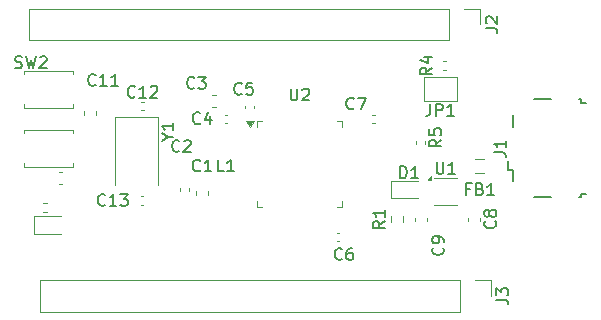
<source format=gbr>
%TF.GenerationSoftware,KiCad,Pcbnew,8.0.7*%
%TF.CreationDate,2024-12-20T19:08:42+02:00*%
%TF.ProjectId,STM32TrialPcb,53544d33-3254-4726-9961-6c5063622e6b,rev?*%
%TF.SameCoordinates,Original*%
%TF.FileFunction,Legend,Top*%
%TF.FilePolarity,Positive*%
%FSLAX46Y46*%
G04 Gerber Fmt 4.6, Leading zero omitted, Abs format (unit mm)*
G04 Created by KiCad (PCBNEW 8.0.7) date 2024-12-20 19:08:42*
%MOMM*%
%LPD*%
G01*
G04 APERTURE LIST*
%ADD10C,0.150000*%
%ADD11C,0.120000*%
G04 APERTURE END LIST*
D10*
X182166667Y-40157200D02*
X182309524Y-40204819D01*
X182309524Y-40204819D02*
X182547619Y-40204819D01*
X182547619Y-40204819D02*
X182642857Y-40157200D01*
X182642857Y-40157200D02*
X182690476Y-40109580D01*
X182690476Y-40109580D02*
X182738095Y-40014342D01*
X182738095Y-40014342D02*
X182738095Y-39919104D01*
X182738095Y-39919104D02*
X182690476Y-39823866D01*
X182690476Y-39823866D02*
X182642857Y-39776247D01*
X182642857Y-39776247D02*
X182547619Y-39728628D01*
X182547619Y-39728628D02*
X182357143Y-39681009D01*
X182357143Y-39681009D02*
X182261905Y-39633390D01*
X182261905Y-39633390D02*
X182214286Y-39585771D01*
X182214286Y-39585771D02*
X182166667Y-39490533D01*
X182166667Y-39490533D02*
X182166667Y-39395295D01*
X182166667Y-39395295D02*
X182214286Y-39300057D01*
X182214286Y-39300057D02*
X182261905Y-39252438D01*
X182261905Y-39252438D02*
X182357143Y-39204819D01*
X182357143Y-39204819D02*
X182595238Y-39204819D01*
X182595238Y-39204819D02*
X182738095Y-39252438D01*
X183071429Y-39204819D02*
X183309524Y-40204819D01*
X183309524Y-40204819D02*
X183500000Y-39490533D01*
X183500000Y-39490533D02*
X183690476Y-40204819D01*
X183690476Y-40204819D02*
X183928572Y-39204819D01*
X184261905Y-39300057D02*
X184309524Y-39252438D01*
X184309524Y-39252438D02*
X184404762Y-39204819D01*
X184404762Y-39204819D02*
X184642857Y-39204819D01*
X184642857Y-39204819D02*
X184738095Y-39252438D01*
X184738095Y-39252438D02*
X184785714Y-39300057D01*
X184785714Y-39300057D02*
X184833333Y-39395295D01*
X184833333Y-39395295D02*
X184833333Y-39490533D01*
X184833333Y-39490533D02*
X184785714Y-39633390D01*
X184785714Y-39633390D02*
X184214286Y-40204819D01*
X184214286Y-40204819D02*
X184833333Y-40204819D01*
X214761905Y-49524819D02*
X214761905Y-48524819D01*
X214761905Y-48524819D02*
X215000000Y-48524819D01*
X215000000Y-48524819D02*
X215142857Y-48572438D01*
X215142857Y-48572438D02*
X215238095Y-48667676D01*
X215238095Y-48667676D02*
X215285714Y-48762914D01*
X215285714Y-48762914D02*
X215333333Y-48953390D01*
X215333333Y-48953390D02*
X215333333Y-49096247D01*
X215333333Y-49096247D02*
X215285714Y-49286723D01*
X215285714Y-49286723D02*
X215238095Y-49381961D01*
X215238095Y-49381961D02*
X215142857Y-49477200D01*
X215142857Y-49477200D02*
X215000000Y-49524819D01*
X215000000Y-49524819D02*
X214761905Y-49524819D01*
X216285714Y-49524819D02*
X215714286Y-49524819D01*
X216000000Y-49524819D02*
X216000000Y-48524819D01*
X216000000Y-48524819D02*
X215904762Y-48667676D01*
X215904762Y-48667676D02*
X215809524Y-48762914D01*
X215809524Y-48762914D02*
X215714286Y-48810533D01*
X217454819Y-40166666D02*
X216978628Y-40499999D01*
X217454819Y-40738094D02*
X216454819Y-40738094D01*
X216454819Y-40738094D02*
X216454819Y-40357142D01*
X216454819Y-40357142D02*
X216502438Y-40261904D01*
X216502438Y-40261904D02*
X216550057Y-40214285D01*
X216550057Y-40214285D02*
X216645295Y-40166666D01*
X216645295Y-40166666D02*
X216788152Y-40166666D01*
X216788152Y-40166666D02*
X216883390Y-40214285D01*
X216883390Y-40214285D02*
X216931009Y-40261904D01*
X216931009Y-40261904D02*
X216978628Y-40357142D01*
X216978628Y-40357142D02*
X216978628Y-40738094D01*
X216788152Y-39309523D02*
X217454819Y-39309523D01*
X216407200Y-39547618D02*
X217121485Y-39785713D01*
X217121485Y-39785713D02*
X217121485Y-39166666D01*
X201333333Y-42359580D02*
X201285714Y-42407200D01*
X201285714Y-42407200D02*
X201142857Y-42454819D01*
X201142857Y-42454819D02*
X201047619Y-42454819D01*
X201047619Y-42454819D02*
X200904762Y-42407200D01*
X200904762Y-42407200D02*
X200809524Y-42311961D01*
X200809524Y-42311961D02*
X200761905Y-42216723D01*
X200761905Y-42216723D02*
X200714286Y-42026247D01*
X200714286Y-42026247D02*
X200714286Y-41883390D01*
X200714286Y-41883390D02*
X200761905Y-41692914D01*
X200761905Y-41692914D02*
X200809524Y-41597676D01*
X200809524Y-41597676D02*
X200904762Y-41502438D01*
X200904762Y-41502438D02*
X201047619Y-41454819D01*
X201047619Y-41454819D02*
X201142857Y-41454819D01*
X201142857Y-41454819D02*
X201285714Y-41502438D01*
X201285714Y-41502438D02*
X201333333Y-41550057D01*
X202238095Y-41454819D02*
X201761905Y-41454819D01*
X201761905Y-41454819D02*
X201714286Y-41931009D01*
X201714286Y-41931009D02*
X201761905Y-41883390D01*
X201761905Y-41883390D02*
X201857143Y-41835771D01*
X201857143Y-41835771D02*
X202095238Y-41835771D01*
X202095238Y-41835771D02*
X202190476Y-41883390D01*
X202190476Y-41883390D02*
X202238095Y-41931009D01*
X202238095Y-41931009D02*
X202285714Y-42026247D01*
X202285714Y-42026247D02*
X202285714Y-42264342D01*
X202285714Y-42264342D02*
X202238095Y-42359580D01*
X202238095Y-42359580D02*
X202190476Y-42407200D01*
X202190476Y-42407200D02*
X202095238Y-42454819D01*
X202095238Y-42454819D02*
X201857143Y-42454819D01*
X201857143Y-42454819D02*
X201761905Y-42407200D01*
X201761905Y-42407200D02*
X201714286Y-42359580D01*
X199833333Y-48954819D02*
X199357143Y-48954819D01*
X199357143Y-48954819D02*
X199357143Y-47954819D01*
X200690476Y-48954819D02*
X200119048Y-48954819D01*
X200404762Y-48954819D02*
X200404762Y-47954819D01*
X200404762Y-47954819D02*
X200309524Y-48097676D01*
X200309524Y-48097676D02*
X200214286Y-48192914D01*
X200214286Y-48192914D02*
X200119048Y-48240533D01*
X217850595Y-48154819D02*
X217850595Y-48964342D01*
X217850595Y-48964342D02*
X217898214Y-49059580D01*
X217898214Y-49059580D02*
X217945833Y-49107200D01*
X217945833Y-49107200D02*
X218041071Y-49154819D01*
X218041071Y-49154819D02*
X218231547Y-49154819D01*
X218231547Y-49154819D02*
X218326785Y-49107200D01*
X218326785Y-49107200D02*
X218374404Y-49059580D01*
X218374404Y-49059580D02*
X218422023Y-48964342D01*
X218422023Y-48964342D02*
X218422023Y-48154819D01*
X219422023Y-49154819D02*
X218850595Y-49154819D01*
X219136309Y-49154819D02*
X219136309Y-48154819D01*
X219136309Y-48154819D02*
X219041071Y-48297676D01*
X219041071Y-48297676D02*
X218945833Y-48392914D01*
X218945833Y-48392914D02*
X218850595Y-48440533D01*
X222789580Y-53166666D02*
X222837200Y-53214285D01*
X222837200Y-53214285D02*
X222884819Y-53357142D01*
X222884819Y-53357142D02*
X222884819Y-53452380D01*
X222884819Y-53452380D02*
X222837200Y-53595237D01*
X222837200Y-53595237D02*
X222741961Y-53690475D01*
X222741961Y-53690475D02*
X222646723Y-53738094D01*
X222646723Y-53738094D02*
X222456247Y-53785713D01*
X222456247Y-53785713D02*
X222313390Y-53785713D01*
X222313390Y-53785713D02*
X222122914Y-53738094D01*
X222122914Y-53738094D02*
X222027676Y-53690475D01*
X222027676Y-53690475D02*
X221932438Y-53595237D01*
X221932438Y-53595237D02*
X221884819Y-53452380D01*
X221884819Y-53452380D02*
X221884819Y-53357142D01*
X221884819Y-53357142D02*
X221932438Y-53214285D01*
X221932438Y-53214285D02*
X221980057Y-53166666D01*
X222313390Y-52595237D02*
X222265771Y-52690475D01*
X222265771Y-52690475D02*
X222218152Y-52738094D01*
X222218152Y-52738094D02*
X222122914Y-52785713D01*
X222122914Y-52785713D02*
X222075295Y-52785713D01*
X222075295Y-52785713D02*
X221980057Y-52738094D01*
X221980057Y-52738094D02*
X221932438Y-52690475D01*
X221932438Y-52690475D02*
X221884819Y-52595237D01*
X221884819Y-52595237D02*
X221884819Y-52404761D01*
X221884819Y-52404761D02*
X221932438Y-52309523D01*
X221932438Y-52309523D02*
X221980057Y-52261904D01*
X221980057Y-52261904D02*
X222075295Y-52214285D01*
X222075295Y-52214285D02*
X222122914Y-52214285D01*
X222122914Y-52214285D02*
X222218152Y-52261904D01*
X222218152Y-52261904D02*
X222265771Y-52309523D01*
X222265771Y-52309523D02*
X222313390Y-52404761D01*
X222313390Y-52404761D02*
X222313390Y-52595237D01*
X222313390Y-52595237D02*
X222361009Y-52690475D01*
X222361009Y-52690475D02*
X222408628Y-52738094D01*
X222408628Y-52738094D02*
X222503866Y-52785713D01*
X222503866Y-52785713D02*
X222694342Y-52785713D01*
X222694342Y-52785713D02*
X222789580Y-52738094D01*
X222789580Y-52738094D02*
X222837200Y-52690475D01*
X222837200Y-52690475D02*
X222884819Y-52595237D01*
X222884819Y-52595237D02*
X222884819Y-52404761D01*
X222884819Y-52404761D02*
X222837200Y-52309523D01*
X222837200Y-52309523D02*
X222789580Y-52261904D01*
X222789580Y-52261904D02*
X222694342Y-52214285D01*
X222694342Y-52214285D02*
X222503866Y-52214285D01*
X222503866Y-52214285D02*
X222408628Y-52261904D01*
X222408628Y-52261904D02*
X222361009Y-52309523D01*
X222361009Y-52309523D02*
X222313390Y-52404761D01*
X197833333Y-48859580D02*
X197785714Y-48907200D01*
X197785714Y-48907200D02*
X197642857Y-48954819D01*
X197642857Y-48954819D02*
X197547619Y-48954819D01*
X197547619Y-48954819D02*
X197404762Y-48907200D01*
X197404762Y-48907200D02*
X197309524Y-48811961D01*
X197309524Y-48811961D02*
X197261905Y-48716723D01*
X197261905Y-48716723D02*
X197214286Y-48526247D01*
X197214286Y-48526247D02*
X197214286Y-48383390D01*
X197214286Y-48383390D02*
X197261905Y-48192914D01*
X197261905Y-48192914D02*
X197309524Y-48097676D01*
X197309524Y-48097676D02*
X197404762Y-48002438D01*
X197404762Y-48002438D02*
X197547619Y-47954819D01*
X197547619Y-47954819D02*
X197642857Y-47954819D01*
X197642857Y-47954819D02*
X197785714Y-48002438D01*
X197785714Y-48002438D02*
X197833333Y-48050057D01*
X198785714Y-48954819D02*
X198214286Y-48954819D01*
X198500000Y-48954819D02*
X198500000Y-47954819D01*
X198500000Y-47954819D02*
X198404762Y-48097676D01*
X198404762Y-48097676D02*
X198309524Y-48192914D01*
X198309524Y-48192914D02*
X198214286Y-48240533D01*
X220666666Y-50431009D02*
X220333333Y-50431009D01*
X220333333Y-50954819D02*
X220333333Y-49954819D01*
X220333333Y-49954819D02*
X220809523Y-49954819D01*
X221523809Y-50431009D02*
X221666666Y-50478628D01*
X221666666Y-50478628D02*
X221714285Y-50526247D01*
X221714285Y-50526247D02*
X221761904Y-50621485D01*
X221761904Y-50621485D02*
X221761904Y-50764342D01*
X221761904Y-50764342D02*
X221714285Y-50859580D01*
X221714285Y-50859580D02*
X221666666Y-50907200D01*
X221666666Y-50907200D02*
X221571428Y-50954819D01*
X221571428Y-50954819D02*
X221190476Y-50954819D01*
X221190476Y-50954819D02*
X221190476Y-49954819D01*
X221190476Y-49954819D02*
X221523809Y-49954819D01*
X221523809Y-49954819D02*
X221619047Y-50002438D01*
X221619047Y-50002438D02*
X221666666Y-50050057D01*
X221666666Y-50050057D02*
X221714285Y-50145295D01*
X221714285Y-50145295D02*
X221714285Y-50240533D01*
X221714285Y-50240533D02*
X221666666Y-50335771D01*
X221666666Y-50335771D02*
X221619047Y-50383390D01*
X221619047Y-50383390D02*
X221523809Y-50431009D01*
X221523809Y-50431009D02*
X221190476Y-50431009D01*
X222714285Y-50954819D02*
X222142857Y-50954819D01*
X222428571Y-50954819D02*
X222428571Y-49954819D01*
X222428571Y-49954819D02*
X222333333Y-50097676D01*
X222333333Y-50097676D02*
X222238095Y-50192914D01*
X222238095Y-50192914D02*
X222142857Y-50240533D01*
X205488095Y-41942319D02*
X205488095Y-42751842D01*
X205488095Y-42751842D02*
X205535714Y-42847080D01*
X205535714Y-42847080D02*
X205583333Y-42894700D01*
X205583333Y-42894700D02*
X205678571Y-42942319D01*
X205678571Y-42942319D02*
X205869047Y-42942319D01*
X205869047Y-42942319D02*
X205964285Y-42894700D01*
X205964285Y-42894700D02*
X206011904Y-42847080D01*
X206011904Y-42847080D02*
X206059523Y-42751842D01*
X206059523Y-42751842D02*
X206059523Y-41942319D01*
X206488095Y-42037557D02*
X206535714Y-41989938D01*
X206535714Y-41989938D02*
X206630952Y-41942319D01*
X206630952Y-41942319D02*
X206869047Y-41942319D01*
X206869047Y-41942319D02*
X206964285Y-41989938D01*
X206964285Y-41989938D02*
X207011904Y-42037557D01*
X207011904Y-42037557D02*
X207059523Y-42132795D01*
X207059523Y-42132795D02*
X207059523Y-42228033D01*
X207059523Y-42228033D02*
X207011904Y-42370890D01*
X207011904Y-42370890D02*
X206440476Y-42942319D01*
X206440476Y-42942319D02*
X207059523Y-42942319D01*
X222699819Y-47338333D02*
X223414104Y-47338333D01*
X223414104Y-47338333D02*
X223556961Y-47385952D01*
X223556961Y-47385952D02*
X223652200Y-47481190D01*
X223652200Y-47481190D02*
X223699819Y-47624047D01*
X223699819Y-47624047D02*
X223699819Y-47719285D01*
X223699819Y-46338333D02*
X223699819Y-46909761D01*
X223699819Y-46624047D02*
X222699819Y-46624047D01*
X222699819Y-46624047D02*
X222842676Y-46719285D01*
X222842676Y-46719285D02*
X222937914Y-46814523D01*
X222937914Y-46814523D02*
X222985533Y-46909761D01*
X188967142Y-41609580D02*
X188919523Y-41657200D01*
X188919523Y-41657200D02*
X188776666Y-41704819D01*
X188776666Y-41704819D02*
X188681428Y-41704819D01*
X188681428Y-41704819D02*
X188538571Y-41657200D01*
X188538571Y-41657200D02*
X188443333Y-41561961D01*
X188443333Y-41561961D02*
X188395714Y-41466723D01*
X188395714Y-41466723D02*
X188348095Y-41276247D01*
X188348095Y-41276247D02*
X188348095Y-41133390D01*
X188348095Y-41133390D02*
X188395714Y-40942914D01*
X188395714Y-40942914D02*
X188443333Y-40847676D01*
X188443333Y-40847676D02*
X188538571Y-40752438D01*
X188538571Y-40752438D02*
X188681428Y-40704819D01*
X188681428Y-40704819D02*
X188776666Y-40704819D01*
X188776666Y-40704819D02*
X188919523Y-40752438D01*
X188919523Y-40752438D02*
X188967142Y-40800057D01*
X189919523Y-41704819D02*
X189348095Y-41704819D01*
X189633809Y-41704819D02*
X189633809Y-40704819D01*
X189633809Y-40704819D02*
X189538571Y-40847676D01*
X189538571Y-40847676D02*
X189443333Y-40942914D01*
X189443333Y-40942914D02*
X189348095Y-40990533D01*
X190871904Y-41704819D02*
X190300476Y-41704819D01*
X190586190Y-41704819D02*
X190586190Y-40704819D01*
X190586190Y-40704819D02*
X190490952Y-40847676D01*
X190490952Y-40847676D02*
X190395714Y-40942914D01*
X190395714Y-40942914D02*
X190300476Y-40990533D01*
X217316666Y-43254819D02*
X217316666Y-43969104D01*
X217316666Y-43969104D02*
X217269047Y-44111961D01*
X217269047Y-44111961D02*
X217173809Y-44207200D01*
X217173809Y-44207200D02*
X217030952Y-44254819D01*
X217030952Y-44254819D02*
X216935714Y-44254819D01*
X217792857Y-44254819D02*
X217792857Y-43254819D01*
X217792857Y-43254819D02*
X218173809Y-43254819D01*
X218173809Y-43254819D02*
X218269047Y-43302438D01*
X218269047Y-43302438D02*
X218316666Y-43350057D01*
X218316666Y-43350057D02*
X218364285Y-43445295D01*
X218364285Y-43445295D02*
X218364285Y-43588152D01*
X218364285Y-43588152D02*
X218316666Y-43683390D01*
X218316666Y-43683390D02*
X218269047Y-43731009D01*
X218269047Y-43731009D02*
X218173809Y-43778628D01*
X218173809Y-43778628D02*
X217792857Y-43778628D01*
X219316666Y-44254819D02*
X218745238Y-44254819D01*
X219030952Y-44254819D02*
X219030952Y-43254819D01*
X219030952Y-43254819D02*
X218935714Y-43397676D01*
X218935714Y-43397676D02*
X218840476Y-43492914D01*
X218840476Y-43492914D02*
X218745238Y-43540533D01*
X195078628Y-46046190D02*
X195554819Y-46046190D01*
X194554819Y-46379523D02*
X195078628Y-46046190D01*
X195078628Y-46046190D02*
X194554819Y-45712857D01*
X195554819Y-44855714D02*
X195554819Y-45427142D01*
X195554819Y-45141428D02*
X194554819Y-45141428D01*
X194554819Y-45141428D02*
X194697676Y-45236666D01*
X194697676Y-45236666D02*
X194792914Y-45331904D01*
X194792914Y-45331904D02*
X194840533Y-45427142D01*
X218359580Y-55416666D02*
X218407200Y-55464285D01*
X218407200Y-55464285D02*
X218454819Y-55607142D01*
X218454819Y-55607142D02*
X218454819Y-55702380D01*
X218454819Y-55702380D02*
X218407200Y-55845237D01*
X218407200Y-55845237D02*
X218311961Y-55940475D01*
X218311961Y-55940475D02*
X218216723Y-55988094D01*
X218216723Y-55988094D02*
X218026247Y-56035713D01*
X218026247Y-56035713D02*
X217883390Y-56035713D01*
X217883390Y-56035713D02*
X217692914Y-55988094D01*
X217692914Y-55988094D02*
X217597676Y-55940475D01*
X217597676Y-55940475D02*
X217502438Y-55845237D01*
X217502438Y-55845237D02*
X217454819Y-55702380D01*
X217454819Y-55702380D02*
X217454819Y-55607142D01*
X217454819Y-55607142D02*
X217502438Y-55464285D01*
X217502438Y-55464285D02*
X217550057Y-55416666D01*
X218454819Y-54940475D02*
X218454819Y-54749999D01*
X218454819Y-54749999D02*
X218407200Y-54654761D01*
X218407200Y-54654761D02*
X218359580Y-54607142D01*
X218359580Y-54607142D02*
X218216723Y-54511904D01*
X218216723Y-54511904D02*
X218026247Y-54464285D01*
X218026247Y-54464285D02*
X217645295Y-54464285D01*
X217645295Y-54464285D02*
X217550057Y-54511904D01*
X217550057Y-54511904D02*
X217502438Y-54559523D01*
X217502438Y-54559523D02*
X217454819Y-54654761D01*
X217454819Y-54654761D02*
X217454819Y-54845237D01*
X217454819Y-54845237D02*
X217502438Y-54940475D01*
X217502438Y-54940475D02*
X217550057Y-54988094D01*
X217550057Y-54988094D02*
X217645295Y-55035713D01*
X217645295Y-55035713D02*
X217883390Y-55035713D01*
X217883390Y-55035713D02*
X217978628Y-54988094D01*
X217978628Y-54988094D02*
X218026247Y-54940475D01*
X218026247Y-54940475D02*
X218073866Y-54845237D01*
X218073866Y-54845237D02*
X218073866Y-54654761D01*
X218073866Y-54654761D02*
X218026247Y-54559523D01*
X218026247Y-54559523D02*
X217978628Y-54511904D01*
X217978628Y-54511904D02*
X217883390Y-54464285D01*
X210833333Y-43609580D02*
X210785714Y-43657200D01*
X210785714Y-43657200D02*
X210642857Y-43704819D01*
X210642857Y-43704819D02*
X210547619Y-43704819D01*
X210547619Y-43704819D02*
X210404762Y-43657200D01*
X210404762Y-43657200D02*
X210309524Y-43561961D01*
X210309524Y-43561961D02*
X210261905Y-43466723D01*
X210261905Y-43466723D02*
X210214286Y-43276247D01*
X210214286Y-43276247D02*
X210214286Y-43133390D01*
X210214286Y-43133390D02*
X210261905Y-42942914D01*
X210261905Y-42942914D02*
X210309524Y-42847676D01*
X210309524Y-42847676D02*
X210404762Y-42752438D01*
X210404762Y-42752438D02*
X210547619Y-42704819D01*
X210547619Y-42704819D02*
X210642857Y-42704819D01*
X210642857Y-42704819D02*
X210785714Y-42752438D01*
X210785714Y-42752438D02*
X210833333Y-42800057D01*
X211166667Y-42704819D02*
X211833333Y-42704819D01*
X211833333Y-42704819D02*
X211404762Y-43704819D01*
X196073333Y-47219580D02*
X196025714Y-47267200D01*
X196025714Y-47267200D02*
X195882857Y-47314819D01*
X195882857Y-47314819D02*
X195787619Y-47314819D01*
X195787619Y-47314819D02*
X195644762Y-47267200D01*
X195644762Y-47267200D02*
X195549524Y-47171961D01*
X195549524Y-47171961D02*
X195501905Y-47076723D01*
X195501905Y-47076723D02*
X195454286Y-46886247D01*
X195454286Y-46886247D02*
X195454286Y-46743390D01*
X195454286Y-46743390D02*
X195501905Y-46552914D01*
X195501905Y-46552914D02*
X195549524Y-46457676D01*
X195549524Y-46457676D02*
X195644762Y-46362438D01*
X195644762Y-46362438D02*
X195787619Y-46314819D01*
X195787619Y-46314819D02*
X195882857Y-46314819D01*
X195882857Y-46314819D02*
X196025714Y-46362438D01*
X196025714Y-46362438D02*
X196073333Y-46410057D01*
X196454286Y-46410057D02*
X196501905Y-46362438D01*
X196501905Y-46362438D02*
X196597143Y-46314819D01*
X196597143Y-46314819D02*
X196835238Y-46314819D01*
X196835238Y-46314819D02*
X196930476Y-46362438D01*
X196930476Y-46362438D02*
X196978095Y-46410057D01*
X196978095Y-46410057D02*
X197025714Y-46505295D01*
X197025714Y-46505295D02*
X197025714Y-46600533D01*
X197025714Y-46600533D02*
X196978095Y-46743390D01*
X196978095Y-46743390D02*
X196406667Y-47314819D01*
X196406667Y-47314819D02*
X197025714Y-47314819D01*
X197333333Y-41859580D02*
X197285714Y-41907200D01*
X197285714Y-41907200D02*
X197142857Y-41954819D01*
X197142857Y-41954819D02*
X197047619Y-41954819D01*
X197047619Y-41954819D02*
X196904762Y-41907200D01*
X196904762Y-41907200D02*
X196809524Y-41811961D01*
X196809524Y-41811961D02*
X196761905Y-41716723D01*
X196761905Y-41716723D02*
X196714286Y-41526247D01*
X196714286Y-41526247D02*
X196714286Y-41383390D01*
X196714286Y-41383390D02*
X196761905Y-41192914D01*
X196761905Y-41192914D02*
X196809524Y-41097676D01*
X196809524Y-41097676D02*
X196904762Y-41002438D01*
X196904762Y-41002438D02*
X197047619Y-40954819D01*
X197047619Y-40954819D02*
X197142857Y-40954819D01*
X197142857Y-40954819D02*
X197285714Y-41002438D01*
X197285714Y-41002438D02*
X197333333Y-41050057D01*
X197666667Y-40954819D02*
X198285714Y-40954819D01*
X198285714Y-40954819D02*
X197952381Y-41335771D01*
X197952381Y-41335771D02*
X198095238Y-41335771D01*
X198095238Y-41335771D02*
X198190476Y-41383390D01*
X198190476Y-41383390D02*
X198238095Y-41431009D01*
X198238095Y-41431009D02*
X198285714Y-41526247D01*
X198285714Y-41526247D02*
X198285714Y-41764342D01*
X198285714Y-41764342D02*
X198238095Y-41859580D01*
X198238095Y-41859580D02*
X198190476Y-41907200D01*
X198190476Y-41907200D02*
X198095238Y-41954819D01*
X198095238Y-41954819D02*
X197809524Y-41954819D01*
X197809524Y-41954819D02*
X197714286Y-41907200D01*
X197714286Y-41907200D02*
X197666667Y-41859580D01*
X221984819Y-36833333D02*
X222699104Y-36833333D01*
X222699104Y-36833333D02*
X222841961Y-36880952D01*
X222841961Y-36880952D02*
X222937200Y-36976190D01*
X222937200Y-36976190D02*
X222984819Y-37119047D01*
X222984819Y-37119047D02*
X222984819Y-37214285D01*
X222080057Y-36404761D02*
X222032438Y-36357142D01*
X222032438Y-36357142D02*
X221984819Y-36261904D01*
X221984819Y-36261904D02*
X221984819Y-36023809D01*
X221984819Y-36023809D02*
X222032438Y-35928571D01*
X222032438Y-35928571D02*
X222080057Y-35880952D01*
X222080057Y-35880952D02*
X222175295Y-35833333D01*
X222175295Y-35833333D02*
X222270533Y-35833333D01*
X222270533Y-35833333D02*
X222413390Y-35880952D01*
X222413390Y-35880952D02*
X222984819Y-36452380D01*
X222984819Y-36452380D02*
X222984819Y-35833333D01*
X197833333Y-44859580D02*
X197785714Y-44907200D01*
X197785714Y-44907200D02*
X197642857Y-44954819D01*
X197642857Y-44954819D02*
X197547619Y-44954819D01*
X197547619Y-44954819D02*
X197404762Y-44907200D01*
X197404762Y-44907200D02*
X197309524Y-44811961D01*
X197309524Y-44811961D02*
X197261905Y-44716723D01*
X197261905Y-44716723D02*
X197214286Y-44526247D01*
X197214286Y-44526247D02*
X197214286Y-44383390D01*
X197214286Y-44383390D02*
X197261905Y-44192914D01*
X197261905Y-44192914D02*
X197309524Y-44097676D01*
X197309524Y-44097676D02*
X197404762Y-44002438D01*
X197404762Y-44002438D02*
X197547619Y-43954819D01*
X197547619Y-43954819D02*
X197642857Y-43954819D01*
X197642857Y-43954819D02*
X197785714Y-44002438D01*
X197785714Y-44002438D02*
X197833333Y-44050057D01*
X198690476Y-44288152D02*
X198690476Y-44954819D01*
X198452381Y-43907200D02*
X198214286Y-44621485D01*
X198214286Y-44621485D02*
X198833333Y-44621485D01*
X192294642Y-42612080D02*
X192247023Y-42659700D01*
X192247023Y-42659700D02*
X192104166Y-42707319D01*
X192104166Y-42707319D02*
X192008928Y-42707319D01*
X192008928Y-42707319D02*
X191866071Y-42659700D01*
X191866071Y-42659700D02*
X191770833Y-42564461D01*
X191770833Y-42564461D02*
X191723214Y-42469223D01*
X191723214Y-42469223D02*
X191675595Y-42278747D01*
X191675595Y-42278747D02*
X191675595Y-42135890D01*
X191675595Y-42135890D02*
X191723214Y-41945414D01*
X191723214Y-41945414D02*
X191770833Y-41850176D01*
X191770833Y-41850176D02*
X191866071Y-41754938D01*
X191866071Y-41754938D02*
X192008928Y-41707319D01*
X192008928Y-41707319D02*
X192104166Y-41707319D01*
X192104166Y-41707319D02*
X192247023Y-41754938D01*
X192247023Y-41754938D02*
X192294642Y-41802557D01*
X193247023Y-42707319D02*
X192675595Y-42707319D01*
X192961309Y-42707319D02*
X192961309Y-41707319D01*
X192961309Y-41707319D02*
X192866071Y-41850176D01*
X192866071Y-41850176D02*
X192770833Y-41945414D01*
X192770833Y-41945414D02*
X192675595Y-41993033D01*
X193627976Y-41802557D02*
X193675595Y-41754938D01*
X193675595Y-41754938D02*
X193770833Y-41707319D01*
X193770833Y-41707319D02*
X194008928Y-41707319D01*
X194008928Y-41707319D02*
X194104166Y-41754938D01*
X194104166Y-41754938D02*
X194151785Y-41802557D01*
X194151785Y-41802557D02*
X194199404Y-41897795D01*
X194199404Y-41897795D02*
X194199404Y-41993033D01*
X194199404Y-41993033D02*
X194151785Y-42135890D01*
X194151785Y-42135890D02*
X193580357Y-42707319D01*
X193580357Y-42707319D02*
X194199404Y-42707319D01*
X213454819Y-53166666D02*
X212978628Y-53499999D01*
X213454819Y-53738094D02*
X212454819Y-53738094D01*
X212454819Y-53738094D02*
X212454819Y-53357142D01*
X212454819Y-53357142D02*
X212502438Y-53261904D01*
X212502438Y-53261904D02*
X212550057Y-53214285D01*
X212550057Y-53214285D02*
X212645295Y-53166666D01*
X212645295Y-53166666D02*
X212788152Y-53166666D01*
X212788152Y-53166666D02*
X212883390Y-53214285D01*
X212883390Y-53214285D02*
X212931009Y-53261904D01*
X212931009Y-53261904D02*
X212978628Y-53357142D01*
X212978628Y-53357142D02*
X212978628Y-53738094D01*
X213454819Y-52214285D02*
X213454819Y-52785713D01*
X213454819Y-52499999D02*
X212454819Y-52499999D01*
X212454819Y-52499999D02*
X212597676Y-52595237D01*
X212597676Y-52595237D02*
X212692914Y-52690475D01*
X212692914Y-52690475D02*
X212740533Y-52785713D01*
X209833333Y-56359580D02*
X209785714Y-56407200D01*
X209785714Y-56407200D02*
X209642857Y-56454819D01*
X209642857Y-56454819D02*
X209547619Y-56454819D01*
X209547619Y-56454819D02*
X209404762Y-56407200D01*
X209404762Y-56407200D02*
X209309524Y-56311961D01*
X209309524Y-56311961D02*
X209261905Y-56216723D01*
X209261905Y-56216723D02*
X209214286Y-56026247D01*
X209214286Y-56026247D02*
X209214286Y-55883390D01*
X209214286Y-55883390D02*
X209261905Y-55692914D01*
X209261905Y-55692914D02*
X209309524Y-55597676D01*
X209309524Y-55597676D02*
X209404762Y-55502438D01*
X209404762Y-55502438D02*
X209547619Y-55454819D01*
X209547619Y-55454819D02*
X209642857Y-55454819D01*
X209642857Y-55454819D02*
X209785714Y-55502438D01*
X209785714Y-55502438D02*
X209833333Y-55550057D01*
X210690476Y-55454819D02*
X210500000Y-55454819D01*
X210500000Y-55454819D02*
X210404762Y-55502438D01*
X210404762Y-55502438D02*
X210357143Y-55550057D01*
X210357143Y-55550057D02*
X210261905Y-55692914D01*
X210261905Y-55692914D02*
X210214286Y-55883390D01*
X210214286Y-55883390D02*
X210214286Y-56264342D01*
X210214286Y-56264342D02*
X210261905Y-56359580D01*
X210261905Y-56359580D02*
X210309524Y-56407200D01*
X210309524Y-56407200D02*
X210404762Y-56454819D01*
X210404762Y-56454819D02*
X210595238Y-56454819D01*
X210595238Y-56454819D02*
X210690476Y-56407200D01*
X210690476Y-56407200D02*
X210738095Y-56359580D01*
X210738095Y-56359580D02*
X210785714Y-56264342D01*
X210785714Y-56264342D02*
X210785714Y-56026247D01*
X210785714Y-56026247D02*
X210738095Y-55931009D01*
X210738095Y-55931009D02*
X210690476Y-55883390D01*
X210690476Y-55883390D02*
X210595238Y-55835771D01*
X210595238Y-55835771D02*
X210404762Y-55835771D01*
X210404762Y-55835771D02*
X210309524Y-55883390D01*
X210309524Y-55883390D02*
X210261905Y-55931009D01*
X210261905Y-55931009D02*
X210214286Y-56026247D01*
X218234819Y-46266666D02*
X217758628Y-46599999D01*
X218234819Y-46838094D02*
X217234819Y-46838094D01*
X217234819Y-46838094D02*
X217234819Y-46457142D01*
X217234819Y-46457142D02*
X217282438Y-46361904D01*
X217282438Y-46361904D02*
X217330057Y-46314285D01*
X217330057Y-46314285D02*
X217425295Y-46266666D01*
X217425295Y-46266666D02*
X217568152Y-46266666D01*
X217568152Y-46266666D02*
X217663390Y-46314285D01*
X217663390Y-46314285D02*
X217711009Y-46361904D01*
X217711009Y-46361904D02*
X217758628Y-46457142D01*
X217758628Y-46457142D02*
X217758628Y-46838094D01*
X217234819Y-45361904D02*
X217234819Y-45838094D01*
X217234819Y-45838094D02*
X217711009Y-45885713D01*
X217711009Y-45885713D02*
X217663390Y-45838094D01*
X217663390Y-45838094D02*
X217615771Y-45742856D01*
X217615771Y-45742856D02*
X217615771Y-45504761D01*
X217615771Y-45504761D02*
X217663390Y-45409523D01*
X217663390Y-45409523D02*
X217711009Y-45361904D01*
X217711009Y-45361904D02*
X217806247Y-45314285D01*
X217806247Y-45314285D02*
X218044342Y-45314285D01*
X218044342Y-45314285D02*
X218139580Y-45361904D01*
X218139580Y-45361904D02*
X218187200Y-45409523D01*
X218187200Y-45409523D02*
X218234819Y-45504761D01*
X218234819Y-45504761D02*
X218234819Y-45742856D01*
X218234819Y-45742856D02*
X218187200Y-45838094D01*
X218187200Y-45838094D02*
X218139580Y-45885713D01*
X222904819Y-59833333D02*
X223619104Y-59833333D01*
X223619104Y-59833333D02*
X223761961Y-59880952D01*
X223761961Y-59880952D02*
X223857200Y-59976190D01*
X223857200Y-59976190D02*
X223904819Y-60119047D01*
X223904819Y-60119047D02*
X223904819Y-60214285D01*
X222904819Y-59452380D02*
X222904819Y-58833333D01*
X222904819Y-58833333D02*
X223285771Y-59166666D01*
X223285771Y-59166666D02*
X223285771Y-59023809D01*
X223285771Y-59023809D02*
X223333390Y-58928571D01*
X223333390Y-58928571D02*
X223381009Y-58880952D01*
X223381009Y-58880952D02*
X223476247Y-58833333D01*
X223476247Y-58833333D02*
X223714342Y-58833333D01*
X223714342Y-58833333D02*
X223809580Y-58880952D01*
X223809580Y-58880952D02*
X223857200Y-58928571D01*
X223857200Y-58928571D02*
X223904819Y-59023809D01*
X223904819Y-59023809D02*
X223904819Y-59309523D01*
X223904819Y-59309523D02*
X223857200Y-59404761D01*
X223857200Y-59404761D02*
X223809580Y-59452380D01*
X189774642Y-51772080D02*
X189727023Y-51819700D01*
X189727023Y-51819700D02*
X189584166Y-51867319D01*
X189584166Y-51867319D02*
X189488928Y-51867319D01*
X189488928Y-51867319D02*
X189346071Y-51819700D01*
X189346071Y-51819700D02*
X189250833Y-51724461D01*
X189250833Y-51724461D02*
X189203214Y-51629223D01*
X189203214Y-51629223D02*
X189155595Y-51438747D01*
X189155595Y-51438747D02*
X189155595Y-51295890D01*
X189155595Y-51295890D02*
X189203214Y-51105414D01*
X189203214Y-51105414D02*
X189250833Y-51010176D01*
X189250833Y-51010176D02*
X189346071Y-50914938D01*
X189346071Y-50914938D02*
X189488928Y-50867319D01*
X189488928Y-50867319D02*
X189584166Y-50867319D01*
X189584166Y-50867319D02*
X189727023Y-50914938D01*
X189727023Y-50914938D02*
X189774642Y-50962557D01*
X190727023Y-51867319D02*
X190155595Y-51867319D01*
X190441309Y-51867319D02*
X190441309Y-50867319D01*
X190441309Y-50867319D02*
X190346071Y-51010176D01*
X190346071Y-51010176D02*
X190250833Y-51105414D01*
X190250833Y-51105414D02*
X190155595Y-51153033D01*
X191060357Y-50867319D02*
X191679404Y-50867319D01*
X191679404Y-50867319D02*
X191346071Y-51248271D01*
X191346071Y-51248271D02*
X191488928Y-51248271D01*
X191488928Y-51248271D02*
X191584166Y-51295890D01*
X191584166Y-51295890D02*
X191631785Y-51343509D01*
X191631785Y-51343509D02*
X191679404Y-51438747D01*
X191679404Y-51438747D02*
X191679404Y-51676842D01*
X191679404Y-51676842D02*
X191631785Y-51772080D01*
X191631785Y-51772080D02*
X191584166Y-51819700D01*
X191584166Y-51819700D02*
X191488928Y-51867319D01*
X191488928Y-51867319D02*
X191203214Y-51867319D01*
X191203214Y-51867319D02*
X191107976Y-51819700D01*
X191107976Y-51819700D02*
X191060357Y-51772080D01*
D11*
%TO.C,SW2*%
X182930000Y-40430000D02*
X187070000Y-40430000D01*
X182930000Y-40730000D02*
X182930000Y-40430000D01*
X182930000Y-43570000D02*
X182930000Y-43270000D01*
X187070000Y-40430000D02*
X187070000Y-40730000D01*
X187070000Y-43270000D02*
X187070000Y-43570000D01*
X187070000Y-43570000D02*
X182930000Y-43570000D01*
%TO.C,D1*%
X214015000Y-49765000D02*
X214015000Y-51235000D01*
X214015000Y-51235000D02*
X216300000Y-51235000D01*
X216300000Y-49765000D02*
X214015000Y-49765000D01*
%TO.C,R4*%
X218653641Y-40380000D02*
X218346359Y-40380000D01*
X218653641Y-39620000D02*
X218346359Y-39620000D01*
%TO.C,C5*%
X201640000Y-43607836D02*
X201640000Y-43392164D01*
X202360000Y-43607836D02*
X202360000Y-43392164D01*
%TO.C,R3*%
X184558859Y-51620000D02*
X184866141Y-51620000D01*
X184558859Y-52380000D02*
X184866141Y-52380000D01*
%TO.C,U1*%
X217612500Y-49540000D02*
X219612500Y-49540000D01*
X217612500Y-51760000D02*
X219612500Y-51760000D01*
X217372500Y-49640000D02*
X217092500Y-49640000D01*
X217372500Y-49360000D01*
X217372500Y-49640000D01*
G36*
X217372500Y-49640000D02*
G01*
X217092500Y-49640000D01*
X217372500Y-49360000D01*
X217372500Y-49640000D01*
G37*
%TO.C,D2*%
X183727500Y-52765000D02*
X183727500Y-54235000D01*
X183727500Y-54235000D02*
X186012500Y-54235000D01*
X186012500Y-52765000D02*
X183727500Y-52765000D01*
%TO.C,SW1*%
X182930000Y-45430000D02*
X187070000Y-45430000D01*
X182930000Y-45730000D02*
X182930000Y-45430000D01*
X182930000Y-48570000D02*
X182930000Y-48270000D01*
X187070000Y-45430000D02*
X187070000Y-45730000D01*
X187070000Y-48270000D02*
X187070000Y-48570000D01*
X187070000Y-48570000D02*
X182930000Y-48570000D01*
%TO.C,C8*%
X220490000Y-52859420D02*
X220490000Y-53140580D01*
X221510000Y-52859420D02*
X221510000Y-53140580D01*
%TO.C,C1*%
X197490000Y-50634420D02*
X197490000Y-50915580D01*
X198510000Y-50634420D02*
X198510000Y-50915580D01*
%TO.C,FB1*%
X221899622Y-47940000D02*
X221100378Y-47940000D01*
X221899622Y-49060000D02*
X221100378Y-49060000D01*
%TO.C,U2*%
X202640000Y-44727500D02*
X202640000Y-45177500D01*
X202640000Y-51947500D02*
X202640000Y-51497500D01*
X203090000Y-44727500D02*
X202640000Y-44727500D01*
X203090000Y-51947500D02*
X202640000Y-51947500D01*
X209410000Y-44727500D02*
X209860000Y-44727500D01*
X209410000Y-51947500D02*
X209860000Y-51947500D01*
X209860000Y-44727500D02*
X209860000Y-45177500D01*
X209860000Y-51947500D02*
X209860000Y-51497500D01*
X202050000Y-45177500D02*
X201710000Y-44707500D01*
X202390000Y-44707500D01*
X202050000Y-45177500D01*
G36*
X202050000Y-45177500D02*
G01*
X201710000Y-44707500D01*
X202390000Y-44707500D01*
X202050000Y-45177500D01*
G37*
D10*
%TO.C,J1*%
X223920000Y-48080000D02*
X223920000Y-48805000D01*
X223920000Y-48805000D02*
X224345000Y-48805000D01*
X224345000Y-45205000D02*
X224345000Y-44205000D01*
X224345000Y-48805000D02*
X224345000Y-49805000D01*
X226095000Y-51155000D02*
X227495000Y-51155000D01*
X227495000Y-42855000D02*
X226095000Y-42855000D01*
X229895000Y-51155000D02*
X230045000Y-51155000D01*
X230045000Y-42855000D02*
X229895000Y-42855000D01*
X230045000Y-43155000D02*
X230045000Y-42855000D01*
X230045000Y-50855000D02*
X230495000Y-50855000D01*
X230045000Y-51155000D02*
X230045000Y-50855000D01*
X230495000Y-43155000D02*
X230045000Y-43155000D01*
D11*
%TO.C,C11*%
X187990000Y-43859420D02*
X187990000Y-44140580D01*
X189010000Y-43859420D02*
X189010000Y-44140580D01*
%TO.C,JP1*%
X216750000Y-41000000D02*
X219550000Y-41000000D01*
X216750000Y-43000000D02*
X216750000Y-41000000D01*
X219550000Y-41000000D02*
X219550000Y-43000000D01*
X219550000Y-43000000D02*
X216750000Y-43000000D01*
%TO.C,Y1*%
X190637500Y-44362500D02*
X190637500Y-50112500D01*
X194237500Y-44362500D02*
X190637500Y-44362500D01*
X194237500Y-50112500D02*
X194237500Y-44362500D01*
%TO.C,C9*%
X215990000Y-52859420D02*
X215990000Y-53140580D01*
X217010000Y-52859420D02*
X217010000Y-53140580D01*
%TO.C,C7*%
X212412164Y-44140000D02*
X212627836Y-44140000D01*
X212412164Y-44860000D02*
X212627836Y-44860000D01*
%TO.C,C2*%
X196140000Y-50372164D02*
X196140000Y-50587836D01*
X196860000Y-50372164D02*
X196860000Y-50587836D01*
%TO.C,C3*%
X199140580Y-42490000D02*
X198859420Y-42490000D01*
X199140580Y-43510000D02*
X198859420Y-43510000D01*
%TO.C,J2*%
X183310000Y-35170000D02*
X183310000Y-37830000D01*
X218930000Y-35170000D02*
X183310000Y-35170000D01*
X218930000Y-35170000D02*
X218930000Y-37830000D01*
X218930000Y-37830000D02*
X183310000Y-37830000D01*
X220200000Y-35170000D02*
X221530000Y-35170000D01*
X221530000Y-35170000D02*
X221530000Y-36500000D01*
%TO.C,C10*%
X186140580Y-48990000D02*
X185859420Y-48990000D01*
X186140580Y-50010000D02*
X185859420Y-50010000D01*
%TO.C,C4*%
X200107836Y-44140000D02*
X199892164Y-44140000D01*
X200107836Y-44860000D02*
X199892164Y-44860000D01*
%TO.C,C12*%
X192829664Y-43052500D02*
X193045336Y-43052500D01*
X192829664Y-43772500D02*
X193045336Y-43772500D01*
%TO.C,R1*%
X213977500Y-52762742D02*
X213977500Y-53237258D01*
X215022500Y-52762742D02*
X215022500Y-53237258D01*
%TO.C,C6*%
X209392164Y-54140000D02*
X209607836Y-54140000D01*
X209392164Y-54860000D02*
X209607836Y-54860000D01*
%TO.C,R5*%
X216120000Y-46346359D02*
X216120000Y-46653641D01*
X216880000Y-46346359D02*
X216880000Y-46653641D01*
%TO.C,J3*%
X184230000Y-58170000D02*
X184230000Y-60830000D01*
X219850000Y-58170000D02*
X184230000Y-58170000D01*
X219850000Y-58170000D02*
X219850000Y-60830000D01*
X219850000Y-60830000D02*
X184230000Y-60830000D01*
X221120000Y-58170000D02*
X222450000Y-58170000D01*
X222450000Y-58170000D02*
X222450000Y-59500000D01*
%TO.C,C13*%
X192809664Y-51052500D02*
X193025336Y-51052500D01*
X192809664Y-51772500D02*
X193025336Y-51772500D01*
%TD*%
M02*

</source>
